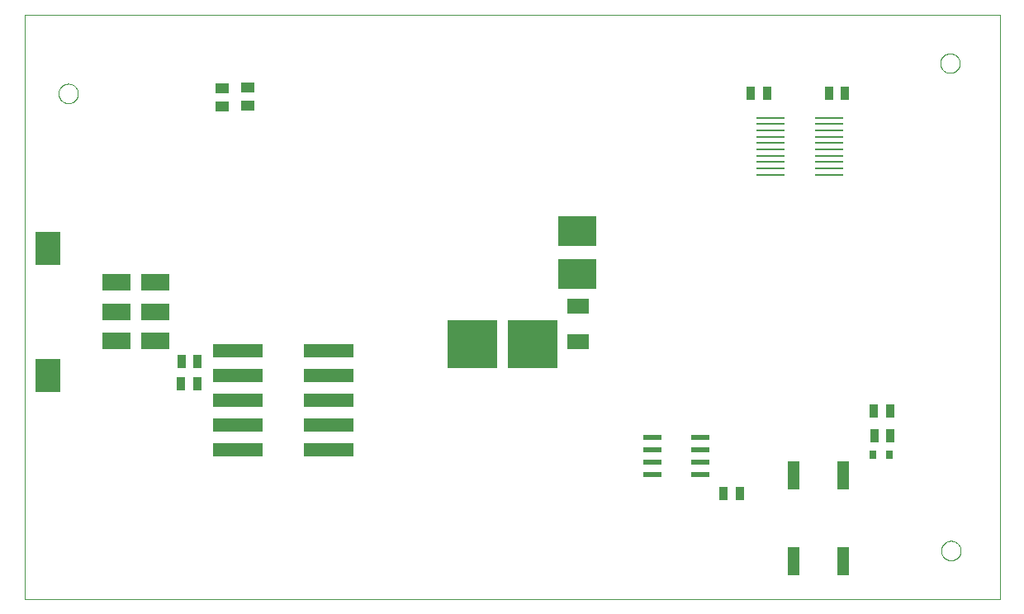
<source format=gtp>
G75*
%MOIN*%
%OFA0B0*%
%FSLAX25Y25*%
%IPPOS*%
%LPD*%
%AMOC8*
5,1,8,0,0,1.08239X$1,22.5*
%
%ADD10C,0.00000*%
%ADD11R,0.20400X0.05200*%
%ADD12R,0.03600X0.05700*%
%ADD13R,0.08583X0.05984*%
%ADD14R,0.15748X0.12205*%
%ADD15R,0.05118X0.11811*%
%ADD16R,0.03000X0.03700*%
%ADD17R,0.07800X0.02200*%
%ADD18R,0.10000X0.13780*%
%ADD19R,0.11811X0.06890*%
%ADD20R,0.20472X0.19685*%
%ADD21R,0.11811X0.00984*%
%ADD22R,0.05500X0.04000*%
D10*
X0031328Y0025816D02*
X0031328Y0262036D01*
X0425028Y0262036D01*
X0425028Y0025816D01*
X0031328Y0025816D01*
X0045107Y0230146D02*
X0045109Y0230271D01*
X0045115Y0230396D01*
X0045125Y0230520D01*
X0045139Y0230644D01*
X0045156Y0230768D01*
X0045178Y0230891D01*
X0045204Y0231013D01*
X0045233Y0231135D01*
X0045266Y0231255D01*
X0045304Y0231374D01*
X0045344Y0231493D01*
X0045389Y0231609D01*
X0045437Y0231724D01*
X0045489Y0231838D01*
X0045545Y0231950D01*
X0045604Y0232060D01*
X0045666Y0232168D01*
X0045732Y0232275D01*
X0045801Y0232379D01*
X0045874Y0232480D01*
X0045949Y0232580D01*
X0046028Y0232677D01*
X0046110Y0232771D01*
X0046195Y0232863D01*
X0046282Y0232952D01*
X0046373Y0233038D01*
X0046466Y0233121D01*
X0046562Y0233202D01*
X0046660Y0233279D01*
X0046760Y0233353D01*
X0046863Y0233424D01*
X0046968Y0233491D01*
X0047076Y0233556D01*
X0047185Y0233616D01*
X0047296Y0233674D01*
X0047409Y0233727D01*
X0047523Y0233777D01*
X0047639Y0233824D01*
X0047756Y0233866D01*
X0047875Y0233905D01*
X0047995Y0233941D01*
X0048116Y0233972D01*
X0048238Y0234000D01*
X0048360Y0234023D01*
X0048484Y0234043D01*
X0048608Y0234059D01*
X0048732Y0234071D01*
X0048857Y0234079D01*
X0048982Y0234083D01*
X0049106Y0234083D01*
X0049231Y0234079D01*
X0049356Y0234071D01*
X0049480Y0234059D01*
X0049604Y0234043D01*
X0049728Y0234023D01*
X0049850Y0234000D01*
X0049972Y0233972D01*
X0050093Y0233941D01*
X0050213Y0233905D01*
X0050332Y0233866D01*
X0050449Y0233824D01*
X0050565Y0233777D01*
X0050679Y0233727D01*
X0050792Y0233674D01*
X0050903Y0233616D01*
X0051013Y0233556D01*
X0051120Y0233491D01*
X0051225Y0233424D01*
X0051328Y0233353D01*
X0051428Y0233279D01*
X0051526Y0233202D01*
X0051622Y0233121D01*
X0051715Y0233038D01*
X0051806Y0232952D01*
X0051893Y0232863D01*
X0051978Y0232771D01*
X0052060Y0232677D01*
X0052139Y0232580D01*
X0052214Y0232480D01*
X0052287Y0232379D01*
X0052356Y0232275D01*
X0052422Y0232168D01*
X0052484Y0232060D01*
X0052543Y0231950D01*
X0052599Y0231838D01*
X0052651Y0231724D01*
X0052699Y0231609D01*
X0052744Y0231493D01*
X0052784Y0231374D01*
X0052822Y0231255D01*
X0052855Y0231135D01*
X0052884Y0231013D01*
X0052910Y0230891D01*
X0052932Y0230768D01*
X0052949Y0230644D01*
X0052963Y0230520D01*
X0052973Y0230396D01*
X0052979Y0230271D01*
X0052981Y0230146D01*
X0052979Y0230021D01*
X0052973Y0229896D01*
X0052963Y0229772D01*
X0052949Y0229648D01*
X0052932Y0229524D01*
X0052910Y0229401D01*
X0052884Y0229279D01*
X0052855Y0229157D01*
X0052822Y0229037D01*
X0052784Y0228918D01*
X0052744Y0228799D01*
X0052699Y0228683D01*
X0052651Y0228568D01*
X0052599Y0228454D01*
X0052543Y0228342D01*
X0052484Y0228232D01*
X0052422Y0228124D01*
X0052356Y0228017D01*
X0052287Y0227913D01*
X0052214Y0227812D01*
X0052139Y0227712D01*
X0052060Y0227615D01*
X0051978Y0227521D01*
X0051893Y0227429D01*
X0051806Y0227340D01*
X0051715Y0227254D01*
X0051622Y0227171D01*
X0051526Y0227090D01*
X0051428Y0227013D01*
X0051328Y0226939D01*
X0051225Y0226868D01*
X0051120Y0226801D01*
X0051012Y0226736D01*
X0050903Y0226676D01*
X0050792Y0226618D01*
X0050679Y0226565D01*
X0050565Y0226515D01*
X0050449Y0226468D01*
X0050332Y0226426D01*
X0050213Y0226387D01*
X0050093Y0226351D01*
X0049972Y0226320D01*
X0049850Y0226292D01*
X0049728Y0226269D01*
X0049604Y0226249D01*
X0049480Y0226233D01*
X0049356Y0226221D01*
X0049231Y0226213D01*
X0049106Y0226209D01*
X0048982Y0226209D01*
X0048857Y0226213D01*
X0048732Y0226221D01*
X0048608Y0226233D01*
X0048484Y0226249D01*
X0048360Y0226269D01*
X0048238Y0226292D01*
X0048116Y0226320D01*
X0047995Y0226351D01*
X0047875Y0226387D01*
X0047756Y0226426D01*
X0047639Y0226468D01*
X0047523Y0226515D01*
X0047409Y0226565D01*
X0047296Y0226618D01*
X0047185Y0226676D01*
X0047075Y0226736D01*
X0046968Y0226801D01*
X0046863Y0226868D01*
X0046760Y0226939D01*
X0046660Y0227013D01*
X0046562Y0227090D01*
X0046466Y0227171D01*
X0046373Y0227254D01*
X0046282Y0227340D01*
X0046195Y0227429D01*
X0046110Y0227521D01*
X0046028Y0227615D01*
X0045949Y0227712D01*
X0045874Y0227812D01*
X0045801Y0227913D01*
X0045732Y0228017D01*
X0045666Y0228124D01*
X0045604Y0228232D01*
X0045545Y0228342D01*
X0045489Y0228454D01*
X0045437Y0228568D01*
X0045389Y0228683D01*
X0045344Y0228799D01*
X0045304Y0228918D01*
X0045266Y0229037D01*
X0045233Y0229157D01*
X0045204Y0229279D01*
X0045178Y0229401D01*
X0045156Y0229524D01*
X0045139Y0229648D01*
X0045125Y0229772D01*
X0045115Y0229896D01*
X0045109Y0230021D01*
X0045107Y0230146D01*
X0401013Y0242351D02*
X0401015Y0242476D01*
X0401021Y0242601D01*
X0401031Y0242725D01*
X0401045Y0242849D01*
X0401062Y0242973D01*
X0401084Y0243096D01*
X0401110Y0243218D01*
X0401139Y0243340D01*
X0401172Y0243460D01*
X0401210Y0243579D01*
X0401250Y0243698D01*
X0401295Y0243814D01*
X0401343Y0243929D01*
X0401395Y0244043D01*
X0401451Y0244155D01*
X0401510Y0244265D01*
X0401572Y0244373D01*
X0401638Y0244480D01*
X0401707Y0244584D01*
X0401780Y0244685D01*
X0401855Y0244785D01*
X0401934Y0244882D01*
X0402016Y0244976D01*
X0402101Y0245068D01*
X0402188Y0245157D01*
X0402279Y0245243D01*
X0402372Y0245326D01*
X0402468Y0245407D01*
X0402566Y0245484D01*
X0402666Y0245558D01*
X0402769Y0245629D01*
X0402874Y0245696D01*
X0402982Y0245761D01*
X0403091Y0245821D01*
X0403202Y0245879D01*
X0403315Y0245932D01*
X0403429Y0245982D01*
X0403545Y0246029D01*
X0403662Y0246071D01*
X0403781Y0246110D01*
X0403901Y0246146D01*
X0404022Y0246177D01*
X0404144Y0246205D01*
X0404266Y0246228D01*
X0404390Y0246248D01*
X0404514Y0246264D01*
X0404638Y0246276D01*
X0404763Y0246284D01*
X0404888Y0246288D01*
X0405012Y0246288D01*
X0405137Y0246284D01*
X0405262Y0246276D01*
X0405386Y0246264D01*
X0405510Y0246248D01*
X0405634Y0246228D01*
X0405756Y0246205D01*
X0405878Y0246177D01*
X0405999Y0246146D01*
X0406119Y0246110D01*
X0406238Y0246071D01*
X0406355Y0246029D01*
X0406471Y0245982D01*
X0406585Y0245932D01*
X0406698Y0245879D01*
X0406809Y0245821D01*
X0406919Y0245761D01*
X0407026Y0245696D01*
X0407131Y0245629D01*
X0407234Y0245558D01*
X0407334Y0245484D01*
X0407432Y0245407D01*
X0407528Y0245326D01*
X0407621Y0245243D01*
X0407712Y0245157D01*
X0407799Y0245068D01*
X0407884Y0244976D01*
X0407966Y0244882D01*
X0408045Y0244785D01*
X0408120Y0244685D01*
X0408193Y0244584D01*
X0408262Y0244480D01*
X0408328Y0244373D01*
X0408390Y0244265D01*
X0408449Y0244155D01*
X0408505Y0244043D01*
X0408557Y0243929D01*
X0408605Y0243814D01*
X0408650Y0243698D01*
X0408690Y0243579D01*
X0408728Y0243460D01*
X0408761Y0243340D01*
X0408790Y0243218D01*
X0408816Y0243096D01*
X0408838Y0242973D01*
X0408855Y0242849D01*
X0408869Y0242725D01*
X0408879Y0242601D01*
X0408885Y0242476D01*
X0408887Y0242351D01*
X0408885Y0242226D01*
X0408879Y0242101D01*
X0408869Y0241977D01*
X0408855Y0241853D01*
X0408838Y0241729D01*
X0408816Y0241606D01*
X0408790Y0241484D01*
X0408761Y0241362D01*
X0408728Y0241242D01*
X0408690Y0241123D01*
X0408650Y0241004D01*
X0408605Y0240888D01*
X0408557Y0240773D01*
X0408505Y0240659D01*
X0408449Y0240547D01*
X0408390Y0240437D01*
X0408328Y0240329D01*
X0408262Y0240222D01*
X0408193Y0240118D01*
X0408120Y0240017D01*
X0408045Y0239917D01*
X0407966Y0239820D01*
X0407884Y0239726D01*
X0407799Y0239634D01*
X0407712Y0239545D01*
X0407621Y0239459D01*
X0407528Y0239376D01*
X0407432Y0239295D01*
X0407334Y0239218D01*
X0407234Y0239144D01*
X0407131Y0239073D01*
X0407026Y0239006D01*
X0406918Y0238941D01*
X0406809Y0238881D01*
X0406698Y0238823D01*
X0406585Y0238770D01*
X0406471Y0238720D01*
X0406355Y0238673D01*
X0406238Y0238631D01*
X0406119Y0238592D01*
X0405999Y0238556D01*
X0405878Y0238525D01*
X0405756Y0238497D01*
X0405634Y0238474D01*
X0405510Y0238454D01*
X0405386Y0238438D01*
X0405262Y0238426D01*
X0405137Y0238418D01*
X0405012Y0238414D01*
X0404888Y0238414D01*
X0404763Y0238418D01*
X0404638Y0238426D01*
X0404514Y0238438D01*
X0404390Y0238454D01*
X0404266Y0238474D01*
X0404144Y0238497D01*
X0404022Y0238525D01*
X0403901Y0238556D01*
X0403781Y0238592D01*
X0403662Y0238631D01*
X0403545Y0238673D01*
X0403429Y0238720D01*
X0403315Y0238770D01*
X0403202Y0238823D01*
X0403091Y0238881D01*
X0402981Y0238941D01*
X0402874Y0239006D01*
X0402769Y0239073D01*
X0402666Y0239144D01*
X0402566Y0239218D01*
X0402468Y0239295D01*
X0402372Y0239376D01*
X0402279Y0239459D01*
X0402188Y0239545D01*
X0402101Y0239634D01*
X0402016Y0239726D01*
X0401934Y0239820D01*
X0401855Y0239917D01*
X0401780Y0240017D01*
X0401707Y0240118D01*
X0401638Y0240222D01*
X0401572Y0240329D01*
X0401510Y0240437D01*
X0401451Y0240547D01*
X0401395Y0240659D01*
X0401343Y0240773D01*
X0401295Y0240888D01*
X0401250Y0241004D01*
X0401210Y0241123D01*
X0401172Y0241242D01*
X0401139Y0241362D01*
X0401110Y0241484D01*
X0401084Y0241606D01*
X0401062Y0241729D01*
X0401045Y0241853D01*
X0401031Y0241977D01*
X0401021Y0242101D01*
X0401015Y0242226D01*
X0401013Y0242351D01*
X0401406Y0045501D02*
X0401408Y0045626D01*
X0401414Y0045751D01*
X0401424Y0045875D01*
X0401438Y0045999D01*
X0401455Y0046123D01*
X0401477Y0046246D01*
X0401503Y0046368D01*
X0401532Y0046490D01*
X0401565Y0046610D01*
X0401603Y0046729D01*
X0401643Y0046848D01*
X0401688Y0046964D01*
X0401736Y0047079D01*
X0401788Y0047193D01*
X0401844Y0047305D01*
X0401903Y0047415D01*
X0401965Y0047523D01*
X0402031Y0047630D01*
X0402100Y0047734D01*
X0402173Y0047835D01*
X0402248Y0047935D01*
X0402327Y0048032D01*
X0402409Y0048126D01*
X0402494Y0048218D01*
X0402581Y0048307D01*
X0402672Y0048393D01*
X0402765Y0048476D01*
X0402861Y0048557D01*
X0402959Y0048634D01*
X0403059Y0048708D01*
X0403162Y0048779D01*
X0403267Y0048846D01*
X0403375Y0048911D01*
X0403484Y0048971D01*
X0403595Y0049029D01*
X0403708Y0049082D01*
X0403822Y0049132D01*
X0403938Y0049179D01*
X0404055Y0049221D01*
X0404174Y0049260D01*
X0404294Y0049296D01*
X0404415Y0049327D01*
X0404537Y0049355D01*
X0404659Y0049378D01*
X0404783Y0049398D01*
X0404907Y0049414D01*
X0405031Y0049426D01*
X0405156Y0049434D01*
X0405281Y0049438D01*
X0405405Y0049438D01*
X0405530Y0049434D01*
X0405655Y0049426D01*
X0405779Y0049414D01*
X0405903Y0049398D01*
X0406027Y0049378D01*
X0406149Y0049355D01*
X0406271Y0049327D01*
X0406392Y0049296D01*
X0406512Y0049260D01*
X0406631Y0049221D01*
X0406748Y0049179D01*
X0406864Y0049132D01*
X0406978Y0049082D01*
X0407091Y0049029D01*
X0407202Y0048971D01*
X0407312Y0048911D01*
X0407419Y0048846D01*
X0407524Y0048779D01*
X0407627Y0048708D01*
X0407727Y0048634D01*
X0407825Y0048557D01*
X0407921Y0048476D01*
X0408014Y0048393D01*
X0408105Y0048307D01*
X0408192Y0048218D01*
X0408277Y0048126D01*
X0408359Y0048032D01*
X0408438Y0047935D01*
X0408513Y0047835D01*
X0408586Y0047734D01*
X0408655Y0047630D01*
X0408721Y0047523D01*
X0408783Y0047415D01*
X0408842Y0047305D01*
X0408898Y0047193D01*
X0408950Y0047079D01*
X0408998Y0046964D01*
X0409043Y0046848D01*
X0409083Y0046729D01*
X0409121Y0046610D01*
X0409154Y0046490D01*
X0409183Y0046368D01*
X0409209Y0046246D01*
X0409231Y0046123D01*
X0409248Y0045999D01*
X0409262Y0045875D01*
X0409272Y0045751D01*
X0409278Y0045626D01*
X0409280Y0045501D01*
X0409278Y0045376D01*
X0409272Y0045251D01*
X0409262Y0045127D01*
X0409248Y0045003D01*
X0409231Y0044879D01*
X0409209Y0044756D01*
X0409183Y0044634D01*
X0409154Y0044512D01*
X0409121Y0044392D01*
X0409083Y0044273D01*
X0409043Y0044154D01*
X0408998Y0044038D01*
X0408950Y0043923D01*
X0408898Y0043809D01*
X0408842Y0043697D01*
X0408783Y0043587D01*
X0408721Y0043479D01*
X0408655Y0043372D01*
X0408586Y0043268D01*
X0408513Y0043167D01*
X0408438Y0043067D01*
X0408359Y0042970D01*
X0408277Y0042876D01*
X0408192Y0042784D01*
X0408105Y0042695D01*
X0408014Y0042609D01*
X0407921Y0042526D01*
X0407825Y0042445D01*
X0407727Y0042368D01*
X0407627Y0042294D01*
X0407524Y0042223D01*
X0407419Y0042156D01*
X0407311Y0042091D01*
X0407202Y0042031D01*
X0407091Y0041973D01*
X0406978Y0041920D01*
X0406864Y0041870D01*
X0406748Y0041823D01*
X0406631Y0041781D01*
X0406512Y0041742D01*
X0406392Y0041706D01*
X0406271Y0041675D01*
X0406149Y0041647D01*
X0406027Y0041624D01*
X0405903Y0041604D01*
X0405779Y0041588D01*
X0405655Y0041576D01*
X0405530Y0041568D01*
X0405405Y0041564D01*
X0405281Y0041564D01*
X0405156Y0041568D01*
X0405031Y0041576D01*
X0404907Y0041588D01*
X0404783Y0041604D01*
X0404659Y0041624D01*
X0404537Y0041647D01*
X0404415Y0041675D01*
X0404294Y0041706D01*
X0404174Y0041742D01*
X0404055Y0041781D01*
X0403938Y0041823D01*
X0403822Y0041870D01*
X0403708Y0041920D01*
X0403595Y0041973D01*
X0403484Y0042031D01*
X0403374Y0042091D01*
X0403267Y0042156D01*
X0403162Y0042223D01*
X0403059Y0042294D01*
X0402959Y0042368D01*
X0402861Y0042445D01*
X0402765Y0042526D01*
X0402672Y0042609D01*
X0402581Y0042695D01*
X0402494Y0042784D01*
X0402409Y0042876D01*
X0402327Y0042970D01*
X0402248Y0043067D01*
X0402173Y0043167D01*
X0402100Y0043268D01*
X0402031Y0043372D01*
X0401965Y0043479D01*
X0401903Y0043587D01*
X0401844Y0043697D01*
X0401788Y0043809D01*
X0401736Y0043923D01*
X0401688Y0044038D01*
X0401643Y0044154D01*
X0401603Y0044273D01*
X0401565Y0044392D01*
X0401532Y0044512D01*
X0401503Y0044634D01*
X0401477Y0044756D01*
X0401455Y0044879D01*
X0401438Y0045003D01*
X0401424Y0045127D01*
X0401414Y0045251D01*
X0401408Y0045376D01*
X0401406Y0045501D01*
D11*
X0154255Y0086249D03*
X0154255Y0096249D03*
X0154255Y0106249D03*
X0154255Y0116249D03*
X0154255Y0126249D03*
X0117455Y0126249D03*
X0117455Y0116249D03*
X0117455Y0106249D03*
X0117455Y0096249D03*
X0117455Y0086249D03*
D12*
X0101024Y0113020D03*
X0094624Y0113020D03*
X0094899Y0121879D03*
X0101299Y0121879D03*
X0313639Y0068414D03*
X0320039Y0068414D03*
X0374387Y0092036D03*
X0380787Y0092036D03*
X0380669Y0101800D03*
X0374269Y0101800D03*
X0362480Y0230146D03*
X0356080Y0230146D03*
X0330984Y0230146D03*
X0324584Y0230146D03*
D13*
X0254831Y0144276D03*
X0254831Y0129792D03*
D14*
X0254517Y0157194D03*
X0254517Y0174517D03*
D15*
X0341879Y0075934D03*
X0361879Y0075973D03*
X0361879Y0041288D03*
X0341879Y0041288D03*
D16*
X0373933Y0084162D03*
X0380533Y0084162D03*
D17*
X0304098Y0086347D03*
X0304098Y0091347D03*
X0304098Y0081347D03*
X0304098Y0076347D03*
X0284698Y0076347D03*
X0284698Y0081347D03*
X0284698Y0086347D03*
X0284698Y0091347D03*
D18*
X0040973Y0116367D03*
X0040973Y0167548D03*
D19*
X0068335Y0153769D03*
X0084083Y0153769D03*
X0084083Y0141957D03*
X0068335Y0141957D03*
X0068335Y0130146D03*
X0084083Y0130146D03*
D20*
X0212036Y0128965D03*
X0236446Y0128965D03*
D21*
X0332509Y0197371D03*
X0332509Y0199930D03*
X0332509Y0202489D03*
X0332509Y0205048D03*
X0332509Y0207607D03*
X0332509Y0210166D03*
X0332509Y0212725D03*
X0332509Y0215284D03*
X0332509Y0217843D03*
X0332509Y0220402D03*
X0356131Y0220402D03*
X0356131Y0217843D03*
X0356131Y0215284D03*
X0356131Y0212725D03*
X0356131Y0210166D03*
X0356131Y0207607D03*
X0356131Y0205048D03*
X0356131Y0202489D03*
X0356131Y0199930D03*
X0356131Y0197371D03*
D22*
X0121485Y0225265D03*
X0121485Y0232665D03*
X0111249Y0232272D03*
X0111249Y0224872D03*
M02*

</source>
